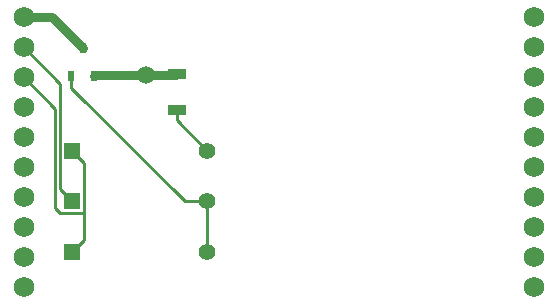
<source format=gbr>
%TF.GenerationSoftware,KiCad,Pcbnew,8.0.8*%
%TF.CreationDate,2025-03-02T20:20:32-05:00*%
%TF.ProjectId,Throttle Latching Module V3.0,5468726f-7474-46c6-9520-4c6174636869,rev?*%
%TF.SameCoordinates,Original*%
%TF.FileFunction,Copper,L1,Top*%
%TF.FilePolarity,Positive*%
%FSLAX46Y46*%
G04 Gerber Fmt 4.6, Leading zero omitted, Abs format (unit mm)*
G04 Created by KiCad (PCBNEW 8.0.8) date 2025-03-02 20:20:32*
%MOMM*%
%LPD*%
G01*
G04 APERTURE LIST*
%TA.AperFunction,ComponentPad*%
%ADD10R,1.397000X1.397000*%
%TD*%
%TA.AperFunction,ComponentPad*%
%ADD11C,1.397000*%
%TD*%
%TA.AperFunction,ComponentPad*%
%ADD12C,1.750000*%
%TD*%
%TA.AperFunction,SMDPad,CuDef*%
%ADD13R,1.600200X0.863600*%
%TD*%
%TA.AperFunction,SMDPad,CuDef*%
%ADD14R,0.558800X0.863600*%
%TD*%
%TA.AperFunction,ViaPad*%
%ADD15C,1.500000*%
%TD*%
%TA.AperFunction,Conductor*%
%ADD16C,0.750000*%
%TD*%
%TA.AperFunction,Conductor*%
%ADD17C,0.250000*%
%TD*%
%TA.AperFunction,Conductor*%
%ADD18C,0.200000*%
%TD*%
G04 APERTURE END LIST*
D10*
%TO.P,R2,1*%
%TO.N,Net-(J1-Pad2)*%
X26670000Y-38123400D03*
D11*
%TO.P,R2,2*%
%TO.N,Net-(U1-G)*%
X38100000Y-38123400D03*
%TD*%
D10*
%TO.P,R3,1*%
%TO.N,Net-(J1-Pad3)*%
X26670000Y-42400000D03*
D11*
%TO.P,R3,2*%
%TO.N,Net-(U1-G)*%
X38100000Y-42400000D03*
%TD*%
D12*
%TO.P,J1,1,1*%
%TO.N,Net-(U1-D)*%
X22550000Y-22550000D03*
%TO.P,J1,2,2*%
%TO.N,Net-(J1-Pad2)*%
X22550000Y-25090000D03*
%TO.P,J1,3,3*%
%TO.N,Net-(J1-Pad3)*%
X22550000Y-27630000D03*
%TO.P,J1,4,4*%
%TO.N,Net-(D1-A)*%
X22550000Y-30170000D03*
%TO.P,J1,5,5*%
%TO.N,unconnected-(J1-Pad5)*%
X22550000Y-32710000D03*
%TO.P,J1,6,6*%
%TO.N,unconnected-(J1-Pad6)*%
X22550000Y-35250000D03*
%TO.P,J1,7,7*%
%TO.N,unconnected-(J1-Pad7)*%
X22550000Y-37790000D03*
%TO.P,J1,8,8*%
%TO.N,unconnected-(J1-Pad8)*%
X22550000Y-40330000D03*
%TO.P,J1,9,9*%
%TO.N,unconnected-(J1-Pad9)*%
X22550000Y-42870000D03*
%TO.P,J1,10,10*%
%TO.N,unconnected-(J1-Pad10)*%
X22550000Y-45410000D03*
%TD*%
D13*
%TO.P,D1,1,K*%
%TO.N,Net-(D1-K)*%
X35500000Y-30400000D03*
%TO.P,D1,2,A*%
%TO.N,Net-(D1-A)*%
X35500000Y-27352000D03*
%TD*%
D10*
%TO.P,R1,1*%
%TO.N,Net-(J1-Pad3)*%
X26670000Y-33846800D03*
D11*
%TO.P,R1,2*%
%TO.N,Net-(D1-K)*%
X38100000Y-33846800D03*
%TD*%
D14*
%TO.P,U1,1,G*%
%TO.N,Net-(U1-G)*%
X26595000Y-27500000D03*
%TO.P,U1,2,S*%
%TO.N,Net-(D1-A)*%
X28500000Y-27500000D03*
%TO.P,U1,3,D*%
%TO.N,Net-(U1-D)*%
X27547500Y-25112400D03*
%TD*%
D12*
%TO.P,J2,1,1*%
%TO.N,N/C*%
X65730000Y-22550000D03*
%TO.P,J2,2,2*%
X65730000Y-25090000D03*
%TO.P,J2,3,3*%
X65730000Y-27630000D03*
%TO.P,J2,4,4*%
X65730000Y-30170000D03*
%TO.P,J2,5,5*%
X65730000Y-32710000D03*
%TO.P,J2,6,6*%
X65730000Y-35250000D03*
%TO.P,J2,7,7*%
X65730000Y-37790000D03*
%TO.P,J2,8,8*%
X65730000Y-40330000D03*
%TO.P,J2,9,9*%
X65730000Y-42870000D03*
%TO.P,J2,10,10*%
X65730000Y-45410000D03*
%TD*%
D15*
%TO.N,Net-(D1-A)*%
X32900000Y-27400000D03*
%TD*%
D16*
%TO.N,Net-(D1-A)*%
X32600000Y-27400000D02*
X32500000Y-27500000D01*
X32900000Y-27400000D02*
X35452000Y-27400000D01*
X32900000Y-27400000D02*
X32600000Y-27400000D01*
X32900000Y-27400000D02*
X28600000Y-27400000D01*
X28600000Y-27400000D02*
X28500000Y-27500000D01*
X35452000Y-27400000D02*
X35500000Y-27352000D01*
D17*
%TO.N,Net-(D1-K)*%
X35500000Y-30400000D02*
X35500000Y-31246800D01*
X35500000Y-31246800D02*
X38100000Y-33846800D01*
%TO.N,Net-(J1-Pad3)*%
X27693500Y-34870300D02*
X27693500Y-39146900D01*
X26670000Y-42400000D02*
X27693500Y-41376500D01*
X26670000Y-33846800D02*
X27693500Y-34870300D01*
X25196500Y-38696900D02*
X25196500Y-30276500D01*
X27693500Y-39146900D02*
X25646500Y-39146900D01*
X25646500Y-39146900D02*
X25196500Y-38696900D01*
X25196500Y-30276500D02*
X22550000Y-27630000D01*
X27693500Y-41376500D02*
X27693500Y-34870300D01*
%TO.N,Net-(J1-Pad2)*%
X22610000Y-25150000D02*
X22550000Y-25090000D01*
X26670000Y-38123400D02*
X25646500Y-37099900D01*
X25646500Y-28186500D02*
X22550000Y-25090000D01*
X25646500Y-37099900D02*
X25646500Y-28186500D01*
D16*
%TO.N,Net-(U1-D)*%
X22550000Y-22550000D02*
X24985100Y-22550000D01*
D18*
X22563800Y-22536200D02*
X22550000Y-22550000D01*
D16*
X24985100Y-22550000D02*
X27547500Y-25112400D01*
D17*
%TO.N,Net-(U1-G)*%
X26595000Y-28498604D02*
X26595000Y-27500000D01*
X36219796Y-38123400D02*
X26595000Y-28498604D01*
X38100000Y-38123400D02*
X36219796Y-38123400D01*
X38100000Y-38123400D02*
X38100000Y-42400000D01*
%TD*%
M02*

</source>
